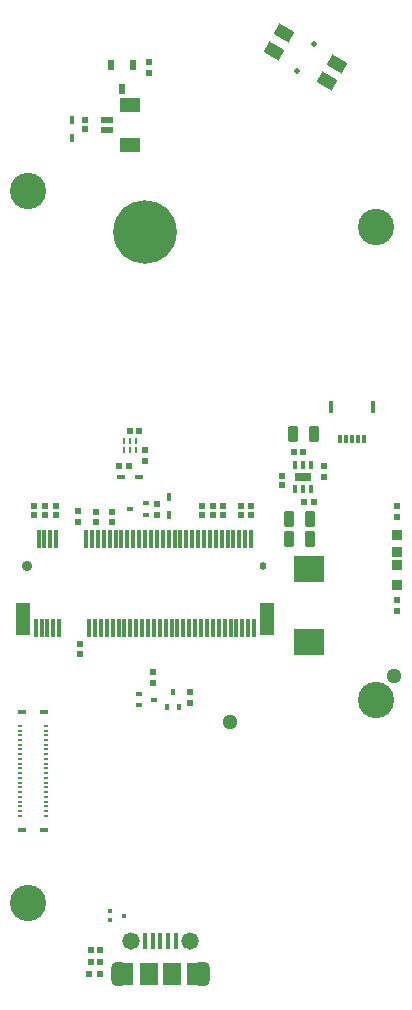
<source format=gts>
%FSTAX23Y23*%
%MOIN*%
%SFA1B1*%

%IPPOS*%
%AMD49*
4,1,8,0.008300,0.010200,-0.008300,0.010200,-0.011200,0.007300,-0.011200,-0.007300,-0.008300,-0.010200,0.008300,-0.010200,0.011200,-0.007300,0.011200,0.007300,0.008300,0.010200,0.0*
1,1,0.005800,0.008300,0.007300*
1,1,0.005800,-0.008300,0.007300*
1,1,0.005800,-0.008300,-0.007300*
1,1,0.005800,0.008300,-0.007300*
%
%AMD53*
4,1,8,-0.010200,0.008300,-0.010200,-0.008300,-0.007300,-0.011200,0.007300,-0.011200,0.010200,-0.008300,0.010200,0.008300,0.007300,0.011200,-0.007300,0.011200,-0.010200,0.008300,0.0*
1,1,0.005800,-0.007300,0.008300*
1,1,0.005800,-0.007300,-0.008300*
1,1,0.005800,0.007300,-0.008300*
1,1,0.005800,0.007300,0.008300*
%
%AMD65*
4,1,8,-0.015300,0.021900,-0.015300,-0.021900,-0.011200,-0.026000,0.011200,-0.026000,0.015300,-0.021900,0.015300,0.021900,0.011200,0.026000,-0.011200,0.026000,-0.015300,0.021900,0.0*
1,1,0.008200,-0.011200,0.021900*
1,1,0.008200,-0.011200,-0.021900*
1,1,0.008200,0.011200,-0.021900*
1,1,0.008200,0.011200,0.021900*
%
%AMD73*
4,1,4,-0.035100,-0.003000,0.015000,-0.031900,0.035100,0.003000,-0.015000,0.031900,-0.035100,-0.003000,0.0*
%
%AMD75*
4,1,8,-0.027600,0.017600,-0.027600,-0.017600,-0.003800,-0.041400,0.003800,-0.041400,0.027600,-0.017600,0.027600,0.017600,0.003800,0.041400,-0.003800,0.041400,-0.027600,0.017600,0.0*
1,1,0.047600,-0.003800,0.017600*
1,1,0.047600,-0.003800,-0.017600*
1,1,0.047600,0.003800,-0.017600*
1,1,0.047600,0.003800,0.017600*
%
%ADD45C,0.020500*%
%ADD46R,0.059800X0.075600*%
%ADD47R,0.016500X0.053900*%
%ADD48R,0.017300X0.026000*%
G04~CAMADD=49~8~0.0~0.0~224.0~205.0~29.0~0.0~15~0.0~0.0~0.0~0.0~0~0.0~0.0~0.0~0.0~0~0.0~0.0~0.0~0.0~224.0~205.0*
%ADD49D49*%
%ADD50R,0.026000X0.017300*%
%ADD51R,0.020900X0.016500*%
%ADD52R,0.010600X0.021500*%
G04~CAMADD=53~8~0.0~0.0~224.0~205.0~29.0~0.0~15~0.0~0.0~0.0~0.0~0~0.0~0.0~0.0~0.0~0~0.0~0.0~0.0~90.0~204.0~224.0*
%ADD53D53*%
%ADD54R,0.023600X0.022000*%
%ADD55C,0.050800*%
%ADD56R,0.024400X0.032300*%
%ADD57R,0.016500X0.020900*%
%ADD58R,0.015000X0.013800*%
%ADD59R,0.099200X0.091300*%
%ADD60R,0.067700X0.048000*%
%ADD61R,0.040200X0.020500*%
%ADD62R,0.022000X0.023600*%
%ADD63R,0.014600X0.030300*%
%ADD64R,0.057900X0.026400*%
G04~CAMADD=65~8~0.0~0.0~520.0~307.0~41.0~0.0~15~0.0~0.0~0.0~0.0~0~0.0~0.0~0.0~0.0~0~0.0~0.0~0.0~90.0~306.0~519.0*
%ADD65D65*%
%ADD66R,0.032300X0.032300*%
%ADD67R,0.012600X0.061800*%
%ADD68R,0.048000X0.109100*%
%ADD69R,0.030300X0.012600*%
%ADD70R,0.017300X0.009800*%
%ADD71R,0.012600X0.040200*%
%ADD72R,0.012600X0.028300*%
G04~CAMADD=73~9~0.0~0.0~579.0~402.0~0.0~0.0~0~0.0~0.0~0.0~0.0~0~0.0~0.0~0.0~0.0~0~0.0~0.0~0.0~150.0~702.0~637.0*
%ADD73D73*%
%ADD74C,0.057900*%
G04~CAMADD=75~8~0.0~0.0~828.0~552.0~238.0~0.0~15~0.0~0.0~0.0~0.0~0~0.0~0.0~0.0~0.0~0~0.0~0.0~0.0~90.0~552.0~828.0*
%ADD75D75*%
%ADD76C,0.018700*%
%ADD77C,0.034500*%
%ADD78C,0.024600*%
%ADD79C,0.211700*%
%ADD80C,0.121100*%
%LNright_board-1*%
%LPD*%
G36*
X0285Y01242D02*
X0285Y01242D01*
X0285Y01242*
Y01242*
Y01207*
Y01207*
X0285Y01206*
X0285*
X0285Y01206*
X0283*
X0283Y01206*
X0283*
X0283Y01207*
Y01207*
Y01242*
Y01242*
X0283Y01242*
X0283Y01242*
X0283Y01243*
X0285*
X0285Y01242*
G37*
G36*
X03153D02*
X03153Y01242D01*
X03153Y01242*
Y01242*
Y01207*
Y01207*
X03153Y01206*
X03153*
X03153Y01206*
X03133*
X03133Y01206*
X03133*
X03133Y01207*
Y01207*
Y01242*
Y01242*
X03133Y01242*
X03133Y01242*
X03133Y01243*
X03153*
X03153Y01242*
G37*
G54D45*
X03143Y01242D02*
D01*
X03143Y01243*
X03143Y01243*
X03143Y01244*
X03143Y01245*
X03142Y01245*
X03142Y01246*
X03142Y01247*
X03141Y01247*
X03141Y01248*
X03141Y01248*
X0314Y01249*
X0314Y01249*
X03139Y0125*
X03139Y0125*
X03138Y01251*
X03137Y01251*
X03137Y01251*
X03136Y01251*
X03135Y01252*
X03135Y01252*
X03134Y01252*
X03133Y01252*
X03133*
X03132Y01252*
X03131Y01252*
X03131Y01252*
X0313Y01251*
X03129Y01251*
X03129Y01251*
X03128Y01251*
X03128Y0125*
X03127Y0125*
X03127Y01249*
X03126Y01249*
X03126Y01248*
X03125Y01248*
X03125Y01247*
X03124Y01247*
X03124Y01246*
X03124Y01245*
X03124Y01245*
X03124Y01244*
X03123Y01243*
X03123Y01243*
X03123Y01242*
X03123Y01241*
X03123Y01241*
X03124Y0124*
X03124Y01239*
X03124Y01239*
X03124Y01238*
X03124Y01237*
X03125Y01237*
X03125Y01236*
X03126Y01236*
X03126Y01235*
X03127Y01235*
X03127Y01234*
X03128Y01234*
X03128Y01234*
X03129Y01233*
X03129Y01233*
X0313Y01233*
X03131Y01233*
X03131Y01232*
X03132Y01232*
X03133Y01232*
X03133*
X03134Y01232*
X03135Y01232*
X03135Y01233*
X03136Y01233*
X03137Y01233*
X03137Y01233*
X03138Y01234*
X03139Y01234*
X03139Y01234*
X0314Y01235*
X0314Y01235*
X03141Y01236*
X03141Y01236*
X03141Y01237*
X03142Y01237*
X03142Y01238*
X03142Y01239*
X03143Y01239*
X03143Y0124*
X03143Y01241*
X03143Y01241*
X03143Y01242*
Y01207D02*
D01*
X03143Y01207*
X03143Y01208*
X03143Y01209*
X03143Y01209*
X03142Y0121*
X03142Y01211*
X03142Y01211*
X03141Y01212*
X03141Y01212*
X03141Y01213*
X0314Y01213*
X0314Y01214*
X03139Y01214*
X03139Y01215*
X03138Y01215*
X03137Y01215*
X03137Y01216*
X03136Y01216*
X03135Y01216*
X03135Y01216*
X03134Y01216*
X03133Y01216*
X03133*
X03132Y01216*
X03131Y01216*
X03131Y01216*
X0313Y01216*
X03129Y01216*
X03129Y01215*
X03128Y01215*
X03128Y01215*
X03127Y01214*
X03127Y01214*
X03126Y01213*
X03126Y01213*
X03125Y01212*
X03125Y01212*
X03124Y01211*
X03124Y01211*
X03124Y0121*
X03124Y01209*
X03124Y01209*
X03123Y01208*
X03123Y01207*
X03123Y01207*
X03123Y01206*
X03123Y01205*
X03124Y01205*
X03124Y01204*
X03124Y01203*
X03124Y01203*
X03124Y01202*
X03125Y01201*
X03125Y01201*
X03126Y012*
X03126Y012*
X03127Y01199*
X03127Y01199*
X03128Y01198*
X03128Y01198*
X03129Y01198*
X03129Y01198*
X0313Y01197*
X03131Y01197*
X03131Y01197*
X03132Y01197*
X03133Y01197*
X03133*
X03134Y01197*
X03135Y01197*
X03135Y01197*
X03136Y01197*
X03137Y01198*
X03137Y01198*
X03138Y01198*
X03139Y01198*
X03139Y01199*
X0314Y01199*
X0314Y012*
X03141Y012*
X03141Y01201*
X03141Y01201*
X03142Y01202*
X03142Y01203*
X03142Y01203*
X03143Y01204*
X03143Y01205*
X03143Y01205*
X03143Y01206*
X03143Y01207*
X02859Y01242D02*
D01*
X02859Y01243*
X02859Y01243*
X02859Y01244*
X02859Y01245*
X02859Y01245*
X02859Y01246*
X02858Y01247*
X02858Y01247*
X02858Y01248*
X02857Y01248*
X02857Y01249*
X02856Y01249*
X02856Y0125*
X02855Y0125*
X02855Y01251*
X02854Y01251*
X02853Y01251*
X02853Y01251*
X02852Y01252*
X02851Y01252*
X02851Y01252*
X0285Y01252*
X02849*
X02849Y01252*
X02848Y01252*
X02847Y01252*
X02847Y01251*
X02846Y01251*
X02845Y01251*
X02845Y01251*
X02844Y0125*
X02844Y0125*
X02843Y01249*
X02843Y01249*
X02842Y01248*
X02842Y01248*
X02841Y01247*
X02841Y01247*
X02841Y01246*
X0284Y01245*
X0284Y01245*
X0284Y01244*
X0284Y01243*
X0284Y01243*
X0284Y01242*
X0284Y01241*
X0284Y01241*
X0284Y0124*
X0284Y01239*
X0284Y01239*
X02841Y01238*
X02841Y01237*
X02841Y01237*
X02842Y01236*
X02842Y01236*
X02843Y01235*
X02843Y01235*
X02844Y01234*
X02844Y01234*
X02845Y01234*
X02845Y01233*
X02846Y01233*
X02847Y01233*
X02847Y01233*
X02848Y01232*
X02849Y01232*
X02849Y01232*
X0285*
X02851Y01232*
X02851Y01232*
X02852Y01233*
X02853Y01233*
X02853Y01233*
X02854Y01233*
X02855Y01234*
X02855Y01234*
X02856Y01234*
X02856Y01235*
X02857Y01235*
X02857Y01236*
X02858Y01236*
X02858Y01237*
X02858Y01237*
X02859Y01238*
X02859Y01239*
X02859Y01239*
X02859Y0124*
X02859Y01241*
X02859Y01241*
X02859Y01242*
Y01207D02*
D01*
X02859Y01207*
X02859Y01208*
X02859Y01209*
X02859Y01209*
X02859Y0121*
X02859Y01211*
X02858Y01211*
X02858Y01212*
X02858Y01212*
X02857Y01213*
X02857Y01213*
X02856Y01214*
X02856Y01214*
X02855Y01215*
X02855Y01215*
X02854Y01215*
X02853Y01216*
X02853Y01216*
X02852Y01216*
X02851Y01216*
X02851Y01216*
X0285Y01216*
X02849*
X02849Y01216*
X02848Y01216*
X02847Y01216*
X02847Y01216*
X02846Y01216*
X02845Y01215*
X02845Y01215*
X02844Y01215*
X02844Y01214*
X02843Y01214*
X02843Y01213*
X02842Y01213*
X02842Y01212*
X02841Y01212*
X02841Y01211*
X02841Y01211*
X0284Y0121*
X0284Y01209*
X0284Y01209*
X0284Y01208*
X0284Y01207*
X0284Y01207*
X0284Y01206*
X0284Y01205*
X0284Y01205*
X0284Y01204*
X0284Y01203*
X02841Y01203*
X02841Y01202*
X02841Y01201*
X02842Y01201*
X02842Y012*
X02843Y012*
X02843Y01199*
X02844Y01199*
X02844Y01198*
X02845Y01198*
X02845Y01198*
X02846Y01198*
X02847Y01197*
X02847Y01197*
X02848Y01197*
X02849Y01197*
X02849Y01197*
X0285*
X02851Y01197*
X02851Y01197*
X02852Y01197*
X02853Y01197*
X02853Y01198*
X02854Y01198*
X02855Y01198*
X02855Y01198*
X02856Y01199*
X02856Y01199*
X02857Y012*
X02857Y012*
X02858Y01201*
X02858Y01201*
X02858Y01202*
X02859Y01203*
X02859Y01203*
X02859Y01204*
X02859Y01205*
X02859Y01205*
X02859Y01206*
X02859Y01207*
G54D46*
X03031Y01224D03*
X02952D03*
X02871D03*
X03111D03*
G54D47*
X03043Y01331D03*
X03017D03*
X02991D03*
X02966D03*
X0294D03*
G54D48*
X0302Y02812D03*
Y02753D03*
X02696Y04068D03*
Y04009D03*
G54D49*
X02716Y02765D03*
Y0273D03*
X0298Y02789D03*
Y02753D03*
X02939Y02934D03*
Y02969D03*
X02952Y04261D03*
Y04226D03*
X03091Y02126D03*
Y02161D03*
X02968Y0223D03*
Y02194D03*
X0378Y02781D03*
Y02746D03*
X03537Y02915D03*
Y02879D03*
X0378Y02468D03*
Y02433D03*
X02776Y02729D03*
Y02764D03*
X02722Y02289D03*
Y02324D03*
X02829Y02764D03*
Y02729D03*
G54D50*
X0292Y02879D03*
X02861D03*
G54D51*
X02942Y02752D03*
Y02791D03*
X02891Y02771D03*
X02971Y02137D03*
X0292Y02118D03*
Y02157D03*
G54D52*
X02871Y02969D03*
X0289D03*
X0291D03*
Y02998D03*
X0289D03*
X02871D03*
G54D53*
X02888Y02917D03*
X02853D03*
X02755Y01224D03*
X02791D03*
X03504Y02795D03*
X03469D03*
G54D54*
X02921Y03034D03*
X02891D03*
X02759Y01262D03*
X0279D03*
X02759Y01302D03*
X0279D03*
X03467Y02961D03*
X03436D03*
G54D55*
X03224Y02063D03*
X03771Y02216D03*
G54D56*
X02864Y04174D03*
X02826Y04253D03*
X02901D03*
G54D57*
X03032Y02163D03*
X03052Y02112D03*
X03012D03*
G54D58*
X0287Y01417D03*
X02824Y01403D03*
Y01431D03*
G54D59*
X03487Y0233D03*
Y02574D03*
G54D60*
X0289Y03986D03*
Y0412D03*
G54D61*
X02813Y04037D03*
Y04068D03*
G54D62*
X0274Y04039D03*
Y0407D03*
X03398Y02883D03*
Y02852D03*
X0313Y02781D03*
Y02751D03*
X02642Y02781D03*
Y02751D03*
X02606Y02781D03*
Y02751D03*
X02569Y02781D03*
Y02751D03*
X03295Y02781D03*
Y02751D03*
X03259Y02782D03*
Y02751D03*
X03201Y02781D03*
Y02751D03*
X03166Y02781D03*
Y02751D03*
G54D63*
X0344Y02839D03*
X03466D03*
X03492D03*
Y02918D03*
X03466D03*
X0344D03*
G54D64*
X03466Y02878D03*
G54D65*
X03503Y03022D03*
X03433D03*
X0342Y0274D03*
X0349D03*
Y02673D03*
X0342D03*
G54D66*
X03781Y02628D03*
Y02687D03*
Y0252D03*
Y02585D03*
G54D67*
X02792Y02376D03*
X02576D03*
X02596D03*
X02615D03*
X02635D03*
X02655D03*
X02753D03*
X02773D03*
X02812D03*
X02832D03*
X02852D03*
X02783Y02674D03*
X02586D03*
X02605D03*
X02625D03*
X02645D03*
X02743D03*
X02763D03*
X02802D03*
X02822D03*
X02842D03*
X02861D03*
X02871Y02376D03*
X02881Y02674D03*
X02891Y02376D03*
X02901Y02674D03*
X02911Y02376D03*
X0292Y02674D03*
X0293Y02376D03*
X0294Y02674D03*
X0295Y02376D03*
X0296Y02674D03*
X0297Y02376D03*
X02979Y02674D03*
X02989Y02376D03*
X02999Y02674D03*
X03009Y02376D03*
X03019Y02674D03*
X03029Y02376D03*
X03039Y02674D03*
X03048Y02376D03*
X03058Y02674D03*
X03068Y02376D03*
X03078Y02674D03*
X03088Y02376D03*
X03098Y02674D03*
X03107Y02376D03*
X03117Y02674D03*
X03127Y02376D03*
X03137Y02674D03*
X03147Y02376D03*
X03157Y02674D03*
X03166Y02376D03*
X03176Y02674D03*
X03186Y02376D03*
X03196Y02674D03*
X03206Y02376D03*
X03216Y02674D03*
X03226Y02376D03*
X03235Y02674D03*
X03245Y02376D03*
X03255Y02674D03*
X03265Y02376D03*
X03275Y02674D03*
X03285Y02376D03*
X03294Y02674D03*
X03304Y02376D03*
G54D68*
X02533Y02407D03*
X03348D03*
G54D69*
X02529Y01703D03*
X02602D03*
X02529Y02097D03*
X02602D03*
G54D70*
X02523Y0175D03*
X02609D03*
X02523Y01766D03*
X02609D03*
X02523Y01782D03*
X02609D03*
X02523Y01797D03*
X02609D03*
X02523Y01813D03*
X02609D03*
X02523Y01829D03*
X02609D03*
X02523Y01845D03*
X02609D03*
X02523Y0186D03*
X02609D03*
X02523Y01876D03*
X02609D03*
X02523Y01892D03*
X02609D03*
X02523Y01908D03*
X02609D03*
X02523Y01923D03*
X02609D03*
X02523Y01939D03*
X02609D03*
X02523Y01955D03*
X02609D03*
X02523Y01971D03*
X02609D03*
X02523Y01986D03*
X02609D03*
X02523Y02002D03*
X02609D03*
X02523Y02018D03*
X02609D03*
X02523Y02034D03*
X02609D03*
X02523Y02049D03*
X02609D03*
G54D71*
X0356Y03112D03*
X037D03*
G54D72*
X03591Y03007D03*
X0361D03*
X0363D03*
X0365D03*
X03669D03*
G54D73*
X03404Y04358D03*
X0337Y043D03*
X03579Y04256D03*
X03546Y04198D03*
G54D74*
X02893Y01331D03*
X0309D03*
G54D75*
X02854Y01224D03*
X03129D03*
G54D76*
X03502Y04324D03*
X03448Y04232D03*
G54D77*
X02546Y02584D03*
G54D78*
X03334Y02584D03*
G54D79*
X0294Y03696D03*
G54D80*
X0255Y0146D03*
X0371Y02137D03*
Y03712D03*
X0255Y03833D03*
M02*
</source>
